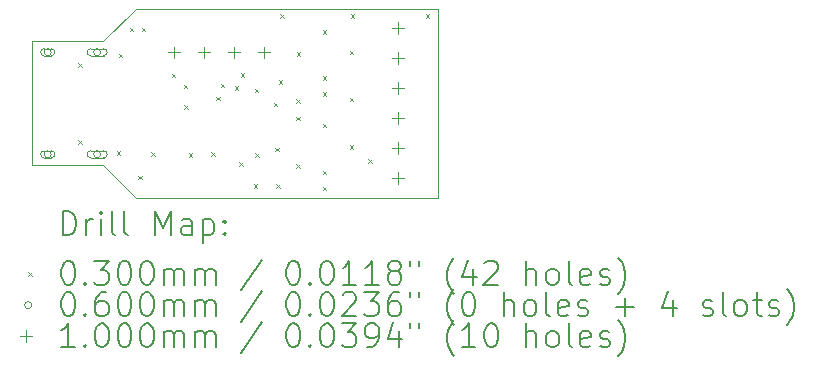
<source format=gbr>
%TF.GenerationSoftware,KiCad,Pcbnew,9.0.1*%
%TF.CreationDate,2025-05-17T15:06:54+00:00*%
%TF.ProjectId,usb-uart,7573622d-7561-4727-942e-6b696361645f,rev?*%
%TF.SameCoordinates,Original*%
%TF.FileFunction,Drillmap*%
%TF.FilePolarity,Positive*%
%FSLAX45Y45*%
G04 Gerber Fmt 4.5, Leading zero omitted, Abs format (unit mm)*
G04 Created by KiCad (PCBNEW 9.0.1) date 2025-05-17 15:06:54*
%MOMM*%
%LPD*%
G01*
G04 APERTURE LIST*
%ADD10C,0.100000*%
%ADD11C,0.200000*%
G04 APERTURE END LIST*
D10*
X10500000Y-8005000D02*
X10775000Y-7730000D01*
X10500000Y-9055000D02*
X9900000Y-9055000D01*
X13335000Y-9330000D02*
X13335000Y-7730000D01*
X9900000Y-9055000D02*
X9900000Y-8005000D01*
X10775000Y-9330000D02*
X13335000Y-9330000D01*
X10500000Y-9055000D02*
X10775000Y-9330000D01*
X10775000Y-7730000D02*
X13335000Y-7730000D01*
X10500000Y-8005000D02*
X9900000Y-8005000D01*
D11*
D10*
X10290000Y-8190000D02*
X10320000Y-8220000D01*
X10320000Y-8190000D02*
X10290000Y-8220000D01*
X10290000Y-8845000D02*
X10320000Y-8875000D01*
X10320000Y-8845000D02*
X10290000Y-8875000D01*
X10615000Y-8935000D02*
X10645000Y-8965000D01*
X10645000Y-8935000D02*
X10615000Y-8965000D01*
X10630000Y-8110000D02*
X10660000Y-8140000D01*
X10660000Y-8110000D02*
X10630000Y-8140000D01*
X10725000Y-7890000D02*
X10755000Y-7920000D01*
X10755000Y-7890000D02*
X10725000Y-7920000D01*
X10795000Y-9145000D02*
X10825000Y-9175000D01*
X10825000Y-9145000D02*
X10795000Y-9175000D01*
X10825000Y-7890000D02*
X10855000Y-7920000D01*
X10855000Y-7890000D02*
X10825000Y-7920000D01*
X10905000Y-8945000D02*
X10935000Y-8975000D01*
X10935000Y-8945000D02*
X10905000Y-8975000D01*
X11080000Y-8280000D02*
X11110000Y-8310000D01*
X11110000Y-8280000D02*
X11080000Y-8310000D01*
X11180000Y-8375000D02*
X11210000Y-8405000D01*
X11210000Y-8375000D02*
X11180000Y-8405000D01*
X11185000Y-8545000D02*
X11215000Y-8575000D01*
X11215000Y-8545000D02*
X11185000Y-8575000D01*
X11225000Y-8955000D02*
X11255000Y-8985000D01*
X11255000Y-8955000D02*
X11225000Y-8985000D01*
X11415000Y-8945000D02*
X11445000Y-8975000D01*
X11445000Y-8945000D02*
X11415000Y-8975000D01*
X11455000Y-8475000D02*
X11485000Y-8505000D01*
X11485000Y-8475000D02*
X11455000Y-8505000D01*
X11495000Y-8365000D02*
X11525000Y-8395000D01*
X11525000Y-8365000D02*
X11495000Y-8395000D01*
X11615000Y-8385000D02*
X11645000Y-8415000D01*
X11645000Y-8385000D02*
X11615000Y-8415000D01*
X11652500Y-9027500D02*
X11682500Y-9057500D01*
X11682500Y-9027500D02*
X11652500Y-9057500D01*
X11665000Y-8275000D02*
X11695000Y-8305000D01*
X11695000Y-8275000D02*
X11665000Y-8305000D01*
X11775000Y-9215000D02*
X11805000Y-9245000D01*
X11805000Y-9215000D02*
X11775000Y-9245000D01*
X11782500Y-8406405D02*
X11812500Y-8436405D01*
X11812500Y-8406405D02*
X11782500Y-8436405D01*
X11785000Y-8955000D02*
X11815000Y-8985000D01*
X11815000Y-8955000D02*
X11785000Y-8985000D01*
X11945000Y-8525000D02*
X11975000Y-8555000D01*
X11975000Y-8525000D02*
X11945000Y-8555000D01*
X11955000Y-8905000D02*
X11985000Y-8935000D01*
X11985000Y-8905000D02*
X11955000Y-8935000D01*
X11965000Y-9215000D02*
X11995000Y-9245000D01*
X11995000Y-9215000D02*
X11965000Y-9245000D01*
X11985000Y-8335000D02*
X12015000Y-8365000D01*
X12015000Y-8335000D02*
X11985000Y-8365000D01*
X12000000Y-7775000D02*
X12030000Y-7805000D01*
X12030000Y-7775000D02*
X12000000Y-7805000D01*
X12135000Y-8495000D02*
X12165000Y-8525000D01*
X12165000Y-8495000D02*
X12135000Y-8525000D01*
X12135000Y-8644500D02*
X12165000Y-8674500D01*
X12165000Y-8644500D02*
X12135000Y-8674500D01*
X12135000Y-9044500D02*
X12165000Y-9074500D01*
X12165000Y-9044500D02*
X12135000Y-9074500D01*
X12140000Y-8100000D02*
X12170000Y-8130000D01*
X12170000Y-8100000D02*
X12140000Y-8130000D01*
X12360000Y-7910000D02*
X12390000Y-7940000D01*
X12390000Y-7910000D02*
X12360000Y-7940000D01*
X12360000Y-8300000D02*
X12390000Y-8330000D01*
X12390000Y-8300000D02*
X12360000Y-8330000D01*
X12360000Y-8435000D02*
X12390000Y-8465000D01*
X12390000Y-8435000D02*
X12360000Y-8465000D01*
X12360000Y-8705000D02*
X12390000Y-8735000D01*
X12390000Y-8705000D02*
X12360000Y-8735000D01*
X12360000Y-9100000D02*
X12390000Y-9130000D01*
X12390000Y-9100000D02*
X12360000Y-9130000D01*
X12360000Y-9235000D02*
X12390000Y-9265000D01*
X12390000Y-9235000D02*
X12360000Y-9265000D01*
X12585000Y-8085000D02*
X12615000Y-8115000D01*
X12615000Y-8085000D02*
X12585000Y-8115000D01*
X12585000Y-8485000D02*
X12615000Y-8515000D01*
X12615000Y-8485000D02*
X12585000Y-8515000D01*
X12585000Y-8885000D02*
X12615000Y-8915000D01*
X12615000Y-8885000D02*
X12585000Y-8915000D01*
X12595000Y-7775000D02*
X12625000Y-7805000D01*
X12625000Y-7775000D02*
X12595000Y-7805000D01*
X12745000Y-9005000D02*
X12775000Y-9035000D01*
X12775000Y-9005000D02*
X12745000Y-9035000D01*
X13230000Y-7775000D02*
X13260000Y-7805000D01*
X13260000Y-7775000D02*
X13230000Y-7805000D01*
X10060000Y-8098000D02*
G75*
G02*
X10000000Y-8098000I-30000J0D01*
G01*
X10000000Y-8098000D02*
G75*
G02*
X10060000Y-8098000I30000J0D01*
G01*
X10060000Y-8068000D02*
X10000000Y-8068000D01*
X10000000Y-8128000D02*
G75*
G02*
X10000000Y-8068000I0J30000D01*
G01*
X10000000Y-8128000D02*
X10060000Y-8128000D01*
X10060000Y-8128000D02*
G75*
G03*
X10060000Y-8068000I0J30000D01*
G01*
X10060000Y-8962000D02*
G75*
G02*
X10000000Y-8962000I-30000J0D01*
G01*
X10000000Y-8962000D02*
G75*
G02*
X10060000Y-8962000I30000J0D01*
G01*
X10060000Y-8932000D02*
X10000000Y-8932000D01*
X10000000Y-8992000D02*
G75*
G02*
X10000000Y-8932000I0J30000D01*
G01*
X10000000Y-8992000D02*
X10060000Y-8992000D01*
X10060000Y-8992000D02*
G75*
G03*
X10060000Y-8932000I0J30000D01*
G01*
X10478000Y-8098000D02*
G75*
G02*
X10418000Y-8098000I-30000J0D01*
G01*
X10418000Y-8098000D02*
G75*
G02*
X10478000Y-8098000I30000J0D01*
G01*
X10503000Y-8068000D02*
X10393000Y-8068000D01*
X10393000Y-8128000D02*
G75*
G02*
X10393000Y-8068000I0J30000D01*
G01*
X10393000Y-8128000D02*
X10503000Y-8128000D01*
X10503000Y-8128000D02*
G75*
G03*
X10503000Y-8068000I0J30000D01*
G01*
X10478000Y-8962000D02*
G75*
G02*
X10418000Y-8962000I-30000J0D01*
G01*
X10418000Y-8962000D02*
G75*
G02*
X10478000Y-8962000I30000J0D01*
G01*
X10503000Y-8932000D02*
X10393000Y-8932000D01*
X10393000Y-8992000D02*
G75*
G02*
X10393000Y-8932000I0J30000D01*
G01*
X10393000Y-8992000D02*
X10503000Y-8992000D01*
X10503000Y-8992000D02*
G75*
G03*
X10503000Y-8932000I0J30000D01*
G01*
X11100000Y-8050000D02*
X11100000Y-8150000D01*
X11050000Y-8100000D02*
X11150000Y-8100000D01*
X11354000Y-8050000D02*
X11354000Y-8150000D01*
X11304000Y-8100000D02*
X11404000Y-8100000D01*
X11608000Y-8050000D02*
X11608000Y-8150000D01*
X11558000Y-8100000D02*
X11658000Y-8100000D01*
X11862000Y-8050000D02*
X11862000Y-8150000D01*
X11812000Y-8100000D02*
X11912000Y-8100000D01*
X12997500Y-7845000D02*
X12997500Y-7945000D01*
X12947500Y-7895000D02*
X13047500Y-7895000D01*
X12997500Y-8099000D02*
X12997500Y-8199000D01*
X12947500Y-8149000D02*
X13047500Y-8149000D01*
X12997500Y-8353000D02*
X12997500Y-8453000D01*
X12947500Y-8403000D02*
X13047500Y-8403000D01*
X12997500Y-8607000D02*
X12997500Y-8707000D01*
X12947500Y-8657000D02*
X13047500Y-8657000D01*
X12997500Y-8861000D02*
X12997500Y-8961000D01*
X12947500Y-8911000D02*
X13047500Y-8911000D01*
X12997500Y-9115000D02*
X12997500Y-9215000D01*
X12947500Y-9165000D02*
X13047500Y-9165000D01*
D11*
X10155777Y-9646484D02*
X10155777Y-9446484D01*
X10155777Y-9446484D02*
X10203396Y-9446484D01*
X10203396Y-9446484D02*
X10231967Y-9456008D01*
X10231967Y-9456008D02*
X10251015Y-9475055D01*
X10251015Y-9475055D02*
X10260539Y-9494103D01*
X10260539Y-9494103D02*
X10270063Y-9532198D01*
X10270063Y-9532198D02*
X10270063Y-9560770D01*
X10270063Y-9560770D02*
X10260539Y-9598865D01*
X10260539Y-9598865D02*
X10251015Y-9617912D01*
X10251015Y-9617912D02*
X10231967Y-9636960D01*
X10231967Y-9636960D02*
X10203396Y-9646484D01*
X10203396Y-9646484D02*
X10155777Y-9646484D01*
X10355777Y-9646484D02*
X10355777Y-9513150D01*
X10355777Y-9551246D02*
X10365301Y-9532198D01*
X10365301Y-9532198D02*
X10374824Y-9522674D01*
X10374824Y-9522674D02*
X10393872Y-9513150D01*
X10393872Y-9513150D02*
X10412920Y-9513150D01*
X10479586Y-9646484D02*
X10479586Y-9513150D01*
X10479586Y-9446484D02*
X10470063Y-9456008D01*
X10470063Y-9456008D02*
X10479586Y-9465531D01*
X10479586Y-9465531D02*
X10489110Y-9456008D01*
X10489110Y-9456008D02*
X10479586Y-9446484D01*
X10479586Y-9446484D02*
X10479586Y-9465531D01*
X10603396Y-9646484D02*
X10584348Y-9636960D01*
X10584348Y-9636960D02*
X10574824Y-9617912D01*
X10574824Y-9617912D02*
X10574824Y-9446484D01*
X10708158Y-9646484D02*
X10689110Y-9636960D01*
X10689110Y-9636960D02*
X10679586Y-9617912D01*
X10679586Y-9617912D02*
X10679586Y-9446484D01*
X10936729Y-9646484D02*
X10936729Y-9446484D01*
X10936729Y-9446484D02*
X11003396Y-9589341D01*
X11003396Y-9589341D02*
X11070063Y-9446484D01*
X11070063Y-9446484D02*
X11070063Y-9646484D01*
X11251015Y-9646484D02*
X11251015Y-9541722D01*
X11251015Y-9541722D02*
X11241491Y-9522674D01*
X11241491Y-9522674D02*
X11222443Y-9513150D01*
X11222443Y-9513150D02*
X11184348Y-9513150D01*
X11184348Y-9513150D02*
X11165301Y-9522674D01*
X11251015Y-9636960D02*
X11231967Y-9646484D01*
X11231967Y-9646484D02*
X11184348Y-9646484D01*
X11184348Y-9646484D02*
X11165301Y-9636960D01*
X11165301Y-9636960D02*
X11155777Y-9617912D01*
X11155777Y-9617912D02*
X11155777Y-9598865D01*
X11155777Y-9598865D02*
X11165301Y-9579817D01*
X11165301Y-9579817D02*
X11184348Y-9570293D01*
X11184348Y-9570293D02*
X11231967Y-9570293D01*
X11231967Y-9570293D02*
X11251015Y-9560770D01*
X11346253Y-9513150D02*
X11346253Y-9713150D01*
X11346253Y-9522674D02*
X11365301Y-9513150D01*
X11365301Y-9513150D02*
X11403396Y-9513150D01*
X11403396Y-9513150D02*
X11422443Y-9522674D01*
X11422443Y-9522674D02*
X11431967Y-9532198D01*
X11431967Y-9532198D02*
X11441491Y-9551246D01*
X11441491Y-9551246D02*
X11441491Y-9608389D01*
X11441491Y-9608389D02*
X11431967Y-9627436D01*
X11431967Y-9627436D02*
X11422443Y-9636960D01*
X11422443Y-9636960D02*
X11403396Y-9646484D01*
X11403396Y-9646484D02*
X11365301Y-9646484D01*
X11365301Y-9646484D02*
X11346253Y-9636960D01*
X11527205Y-9627436D02*
X11536729Y-9636960D01*
X11536729Y-9636960D02*
X11527205Y-9646484D01*
X11527205Y-9646484D02*
X11517682Y-9636960D01*
X11517682Y-9636960D02*
X11527205Y-9627436D01*
X11527205Y-9627436D02*
X11527205Y-9646484D01*
X11527205Y-9522674D02*
X11536729Y-9532198D01*
X11536729Y-9532198D02*
X11527205Y-9541722D01*
X11527205Y-9541722D02*
X11517682Y-9532198D01*
X11517682Y-9532198D02*
X11527205Y-9522674D01*
X11527205Y-9522674D02*
X11527205Y-9541722D01*
D10*
X9865000Y-9960000D02*
X9895000Y-9990000D01*
X9895000Y-9960000D02*
X9865000Y-9990000D01*
D11*
X10193872Y-9866484D02*
X10212920Y-9866484D01*
X10212920Y-9866484D02*
X10231967Y-9876008D01*
X10231967Y-9876008D02*
X10241491Y-9885531D01*
X10241491Y-9885531D02*
X10251015Y-9904579D01*
X10251015Y-9904579D02*
X10260539Y-9942674D01*
X10260539Y-9942674D02*
X10260539Y-9990293D01*
X10260539Y-9990293D02*
X10251015Y-10028389D01*
X10251015Y-10028389D02*
X10241491Y-10047436D01*
X10241491Y-10047436D02*
X10231967Y-10056960D01*
X10231967Y-10056960D02*
X10212920Y-10066484D01*
X10212920Y-10066484D02*
X10193872Y-10066484D01*
X10193872Y-10066484D02*
X10174824Y-10056960D01*
X10174824Y-10056960D02*
X10165301Y-10047436D01*
X10165301Y-10047436D02*
X10155777Y-10028389D01*
X10155777Y-10028389D02*
X10146253Y-9990293D01*
X10146253Y-9990293D02*
X10146253Y-9942674D01*
X10146253Y-9942674D02*
X10155777Y-9904579D01*
X10155777Y-9904579D02*
X10165301Y-9885531D01*
X10165301Y-9885531D02*
X10174824Y-9876008D01*
X10174824Y-9876008D02*
X10193872Y-9866484D01*
X10346253Y-10047436D02*
X10355777Y-10056960D01*
X10355777Y-10056960D02*
X10346253Y-10066484D01*
X10346253Y-10066484D02*
X10336729Y-10056960D01*
X10336729Y-10056960D02*
X10346253Y-10047436D01*
X10346253Y-10047436D02*
X10346253Y-10066484D01*
X10422444Y-9866484D02*
X10546253Y-9866484D01*
X10546253Y-9866484D02*
X10479586Y-9942674D01*
X10479586Y-9942674D02*
X10508158Y-9942674D01*
X10508158Y-9942674D02*
X10527205Y-9952198D01*
X10527205Y-9952198D02*
X10536729Y-9961722D01*
X10536729Y-9961722D02*
X10546253Y-9980770D01*
X10546253Y-9980770D02*
X10546253Y-10028389D01*
X10546253Y-10028389D02*
X10536729Y-10047436D01*
X10536729Y-10047436D02*
X10527205Y-10056960D01*
X10527205Y-10056960D02*
X10508158Y-10066484D01*
X10508158Y-10066484D02*
X10451015Y-10066484D01*
X10451015Y-10066484D02*
X10431967Y-10056960D01*
X10431967Y-10056960D02*
X10422444Y-10047436D01*
X10670063Y-9866484D02*
X10689110Y-9866484D01*
X10689110Y-9866484D02*
X10708158Y-9876008D01*
X10708158Y-9876008D02*
X10717682Y-9885531D01*
X10717682Y-9885531D02*
X10727205Y-9904579D01*
X10727205Y-9904579D02*
X10736729Y-9942674D01*
X10736729Y-9942674D02*
X10736729Y-9990293D01*
X10736729Y-9990293D02*
X10727205Y-10028389D01*
X10727205Y-10028389D02*
X10717682Y-10047436D01*
X10717682Y-10047436D02*
X10708158Y-10056960D01*
X10708158Y-10056960D02*
X10689110Y-10066484D01*
X10689110Y-10066484D02*
X10670063Y-10066484D01*
X10670063Y-10066484D02*
X10651015Y-10056960D01*
X10651015Y-10056960D02*
X10641491Y-10047436D01*
X10641491Y-10047436D02*
X10631967Y-10028389D01*
X10631967Y-10028389D02*
X10622444Y-9990293D01*
X10622444Y-9990293D02*
X10622444Y-9942674D01*
X10622444Y-9942674D02*
X10631967Y-9904579D01*
X10631967Y-9904579D02*
X10641491Y-9885531D01*
X10641491Y-9885531D02*
X10651015Y-9876008D01*
X10651015Y-9876008D02*
X10670063Y-9866484D01*
X10860539Y-9866484D02*
X10879586Y-9866484D01*
X10879586Y-9866484D02*
X10898634Y-9876008D01*
X10898634Y-9876008D02*
X10908158Y-9885531D01*
X10908158Y-9885531D02*
X10917682Y-9904579D01*
X10917682Y-9904579D02*
X10927205Y-9942674D01*
X10927205Y-9942674D02*
X10927205Y-9990293D01*
X10927205Y-9990293D02*
X10917682Y-10028389D01*
X10917682Y-10028389D02*
X10908158Y-10047436D01*
X10908158Y-10047436D02*
X10898634Y-10056960D01*
X10898634Y-10056960D02*
X10879586Y-10066484D01*
X10879586Y-10066484D02*
X10860539Y-10066484D01*
X10860539Y-10066484D02*
X10841491Y-10056960D01*
X10841491Y-10056960D02*
X10831967Y-10047436D01*
X10831967Y-10047436D02*
X10822444Y-10028389D01*
X10822444Y-10028389D02*
X10812920Y-9990293D01*
X10812920Y-9990293D02*
X10812920Y-9942674D01*
X10812920Y-9942674D02*
X10822444Y-9904579D01*
X10822444Y-9904579D02*
X10831967Y-9885531D01*
X10831967Y-9885531D02*
X10841491Y-9876008D01*
X10841491Y-9876008D02*
X10860539Y-9866484D01*
X11012920Y-10066484D02*
X11012920Y-9933150D01*
X11012920Y-9952198D02*
X11022444Y-9942674D01*
X11022444Y-9942674D02*
X11041491Y-9933150D01*
X11041491Y-9933150D02*
X11070063Y-9933150D01*
X11070063Y-9933150D02*
X11089110Y-9942674D01*
X11089110Y-9942674D02*
X11098634Y-9961722D01*
X11098634Y-9961722D02*
X11098634Y-10066484D01*
X11098634Y-9961722D02*
X11108158Y-9942674D01*
X11108158Y-9942674D02*
X11127205Y-9933150D01*
X11127205Y-9933150D02*
X11155777Y-9933150D01*
X11155777Y-9933150D02*
X11174825Y-9942674D01*
X11174825Y-9942674D02*
X11184348Y-9961722D01*
X11184348Y-9961722D02*
X11184348Y-10066484D01*
X11279586Y-10066484D02*
X11279586Y-9933150D01*
X11279586Y-9952198D02*
X11289110Y-9942674D01*
X11289110Y-9942674D02*
X11308158Y-9933150D01*
X11308158Y-9933150D02*
X11336729Y-9933150D01*
X11336729Y-9933150D02*
X11355777Y-9942674D01*
X11355777Y-9942674D02*
X11365301Y-9961722D01*
X11365301Y-9961722D02*
X11365301Y-10066484D01*
X11365301Y-9961722D02*
X11374824Y-9942674D01*
X11374824Y-9942674D02*
X11393872Y-9933150D01*
X11393872Y-9933150D02*
X11422443Y-9933150D01*
X11422443Y-9933150D02*
X11441491Y-9942674D01*
X11441491Y-9942674D02*
X11451015Y-9961722D01*
X11451015Y-9961722D02*
X11451015Y-10066484D01*
X11841491Y-9856960D02*
X11670063Y-10114103D01*
X12098634Y-9866484D02*
X12117682Y-9866484D01*
X12117682Y-9866484D02*
X12136729Y-9876008D01*
X12136729Y-9876008D02*
X12146253Y-9885531D01*
X12146253Y-9885531D02*
X12155777Y-9904579D01*
X12155777Y-9904579D02*
X12165301Y-9942674D01*
X12165301Y-9942674D02*
X12165301Y-9990293D01*
X12165301Y-9990293D02*
X12155777Y-10028389D01*
X12155777Y-10028389D02*
X12146253Y-10047436D01*
X12146253Y-10047436D02*
X12136729Y-10056960D01*
X12136729Y-10056960D02*
X12117682Y-10066484D01*
X12117682Y-10066484D02*
X12098634Y-10066484D01*
X12098634Y-10066484D02*
X12079586Y-10056960D01*
X12079586Y-10056960D02*
X12070063Y-10047436D01*
X12070063Y-10047436D02*
X12060539Y-10028389D01*
X12060539Y-10028389D02*
X12051015Y-9990293D01*
X12051015Y-9990293D02*
X12051015Y-9942674D01*
X12051015Y-9942674D02*
X12060539Y-9904579D01*
X12060539Y-9904579D02*
X12070063Y-9885531D01*
X12070063Y-9885531D02*
X12079586Y-9876008D01*
X12079586Y-9876008D02*
X12098634Y-9866484D01*
X12251015Y-10047436D02*
X12260539Y-10056960D01*
X12260539Y-10056960D02*
X12251015Y-10066484D01*
X12251015Y-10066484D02*
X12241491Y-10056960D01*
X12241491Y-10056960D02*
X12251015Y-10047436D01*
X12251015Y-10047436D02*
X12251015Y-10066484D01*
X12384348Y-9866484D02*
X12403396Y-9866484D01*
X12403396Y-9866484D02*
X12422444Y-9876008D01*
X12422444Y-9876008D02*
X12431967Y-9885531D01*
X12431967Y-9885531D02*
X12441491Y-9904579D01*
X12441491Y-9904579D02*
X12451015Y-9942674D01*
X12451015Y-9942674D02*
X12451015Y-9990293D01*
X12451015Y-9990293D02*
X12441491Y-10028389D01*
X12441491Y-10028389D02*
X12431967Y-10047436D01*
X12431967Y-10047436D02*
X12422444Y-10056960D01*
X12422444Y-10056960D02*
X12403396Y-10066484D01*
X12403396Y-10066484D02*
X12384348Y-10066484D01*
X12384348Y-10066484D02*
X12365301Y-10056960D01*
X12365301Y-10056960D02*
X12355777Y-10047436D01*
X12355777Y-10047436D02*
X12346253Y-10028389D01*
X12346253Y-10028389D02*
X12336729Y-9990293D01*
X12336729Y-9990293D02*
X12336729Y-9942674D01*
X12336729Y-9942674D02*
X12346253Y-9904579D01*
X12346253Y-9904579D02*
X12355777Y-9885531D01*
X12355777Y-9885531D02*
X12365301Y-9876008D01*
X12365301Y-9876008D02*
X12384348Y-9866484D01*
X12641491Y-10066484D02*
X12527206Y-10066484D01*
X12584348Y-10066484D02*
X12584348Y-9866484D01*
X12584348Y-9866484D02*
X12565301Y-9895055D01*
X12565301Y-9895055D02*
X12546253Y-9914103D01*
X12546253Y-9914103D02*
X12527206Y-9923627D01*
X12831967Y-10066484D02*
X12717682Y-10066484D01*
X12774825Y-10066484D02*
X12774825Y-9866484D01*
X12774825Y-9866484D02*
X12755777Y-9895055D01*
X12755777Y-9895055D02*
X12736729Y-9914103D01*
X12736729Y-9914103D02*
X12717682Y-9923627D01*
X12946253Y-9952198D02*
X12927206Y-9942674D01*
X12927206Y-9942674D02*
X12917682Y-9933150D01*
X12917682Y-9933150D02*
X12908158Y-9914103D01*
X12908158Y-9914103D02*
X12908158Y-9904579D01*
X12908158Y-9904579D02*
X12917682Y-9885531D01*
X12917682Y-9885531D02*
X12927206Y-9876008D01*
X12927206Y-9876008D02*
X12946253Y-9866484D01*
X12946253Y-9866484D02*
X12984348Y-9866484D01*
X12984348Y-9866484D02*
X13003396Y-9876008D01*
X13003396Y-9876008D02*
X13012920Y-9885531D01*
X13012920Y-9885531D02*
X13022444Y-9904579D01*
X13022444Y-9904579D02*
X13022444Y-9914103D01*
X13022444Y-9914103D02*
X13012920Y-9933150D01*
X13012920Y-9933150D02*
X13003396Y-9942674D01*
X13003396Y-9942674D02*
X12984348Y-9952198D01*
X12984348Y-9952198D02*
X12946253Y-9952198D01*
X12946253Y-9952198D02*
X12927206Y-9961722D01*
X12927206Y-9961722D02*
X12917682Y-9971246D01*
X12917682Y-9971246D02*
X12908158Y-9990293D01*
X12908158Y-9990293D02*
X12908158Y-10028389D01*
X12908158Y-10028389D02*
X12917682Y-10047436D01*
X12917682Y-10047436D02*
X12927206Y-10056960D01*
X12927206Y-10056960D02*
X12946253Y-10066484D01*
X12946253Y-10066484D02*
X12984348Y-10066484D01*
X12984348Y-10066484D02*
X13003396Y-10056960D01*
X13003396Y-10056960D02*
X13012920Y-10047436D01*
X13012920Y-10047436D02*
X13022444Y-10028389D01*
X13022444Y-10028389D02*
X13022444Y-9990293D01*
X13022444Y-9990293D02*
X13012920Y-9971246D01*
X13012920Y-9971246D02*
X13003396Y-9961722D01*
X13003396Y-9961722D02*
X12984348Y-9952198D01*
X13098634Y-9866484D02*
X13098634Y-9904579D01*
X13174825Y-9866484D02*
X13174825Y-9904579D01*
X13470063Y-10142674D02*
X13460539Y-10133150D01*
X13460539Y-10133150D02*
X13441491Y-10104579D01*
X13441491Y-10104579D02*
X13431968Y-10085531D01*
X13431968Y-10085531D02*
X13422444Y-10056960D01*
X13422444Y-10056960D02*
X13412920Y-10009341D01*
X13412920Y-10009341D02*
X13412920Y-9971246D01*
X13412920Y-9971246D02*
X13422444Y-9923627D01*
X13422444Y-9923627D02*
X13431968Y-9895055D01*
X13431968Y-9895055D02*
X13441491Y-9876008D01*
X13441491Y-9876008D02*
X13460539Y-9847436D01*
X13460539Y-9847436D02*
X13470063Y-9837912D01*
X13631968Y-9933150D02*
X13631968Y-10066484D01*
X13584348Y-9856960D02*
X13536729Y-9999817D01*
X13536729Y-9999817D02*
X13660539Y-9999817D01*
X13727206Y-9885531D02*
X13736729Y-9876008D01*
X13736729Y-9876008D02*
X13755777Y-9866484D01*
X13755777Y-9866484D02*
X13803396Y-9866484D01*
X13803396Y-9866484D02*
X13822444Y-9876008D01*
X13822444Y-9876008D02*
X13831968Y-9885531D01*
X13831968Y-9885531D02*
X13841491Y-9904579D01*
X13841491Y-9904579D02*
X13841491Y-9923627D01*
X13841491Y-9923627D02*
X13831968Y-9952198D01*
X13831968Y-9952198D02*
X13717682Y-10066484D01*
X13717682Y-10066484D02*
X13841491Y-10066484D01*
X14079587Y-10066484D02*
X14079587Y-9866484D01*
X14165301Y-10066484D02*
X14165301Y-9961722D01*
X14165301Y-9961722D02*
X14155777Y-9942674D01*
X14155777Y-9942674D02*
X14136730Y-9933150D01*
X14136730Y-9933150D02*
X14108158Y-9933150D01*
X14108158Y-9933150D02*
X14089110Y-9942674D01*
X14089110Y-9942674D02*
X14079587Y-9952198D01*
X14289110Y-10066484D02*
X14270063Y-10056960D01*
X14270063Y-10056960D02*
X14260539Y-10047436D01*
X14260539Y-10047436D02*
X14251015Y-10028389D01*
X14251015Y-10028389D02*
X14251015Y-9971246D01*
X14251015Y-9971246D02*
X14260539Y-9952198D01*
X14260539Y-9952198D02*
X14270063Y-9942674D01*
X14270063Y-9942674D02*
X14289110Y-9933150D01*
X14289110Y-9933150D02*
X14317682Y-9933150D01*
X14317682Y-9933150D02*
X14336730Y-9942674D01*
X14336730Y-9942674D02*
X14346253Y-9952198D01*
X14346253Y-9952198D02*
X14355777Y-9971246D01*
X14355777Y-9971246D02*
X14355777Y-10028389D01*
X14355777Y-10028389D02*
X14346253Y-10047436D01*
X14346253Y-10047436D02*
X14336730Y-10056960D01*
X14336730Y-10056960D02*
X14317682Y-10066484D01*
X14317682Y-10066484D02*
X14289110Y-10066484D01*
X14470063Y-10066484D02*
X14451015Y-10056960D01*
X14451015Y-10056960D02*
X14441491Y-10037912D01*
X14441491Y-10037912D02*
X14441491Y-9866484D01*
X14622444Y-10056960D02*
X14603396Y-10066484D01*
X14603396Y-10066484D02*
X14565301Y-10066484D01*
X14565301Y-10066484D02*
X14546253Y-10056960D01*
X14546253Y-10056960D02*
X14536730Y-10037912D01*
X14536730Y-10037912D02*
X14536730Y-9961722D01*
X14536730Y-9961722D02*
X14546253Y-9942674D01*
X14546253Y-9942674D02*
X14565301Y-9933150D01*
X14565301Y-9933150D02*
X14603396Y-9933150D01*
X14603396Y-9933150D02*
X14622444Y-9942674D01*
X14622444Y-9942674D02*
X14631968Y-9961722D01*
X14631968Y-9961722D02*
X14631968Y-9980770D01*
X14631968Y-9980770D02*
X14536730Y-9999817D01*
X14708158Y-10056960D02*
X14727206Y-10066484D01*
X14727206Y-10066484D02*
X14765301Y-10066484D01*
X14765301Y-10066484D02*
X14784349Y-10056960D01*
X14784349Y-10056960D02*
X14793872Y-10037912D01*
X14793872Y-10037912D02*
X14793872Y-10028389D01*
X14793872Y-10028389D02*
X14784349Y-10009341D01*
X14784349Y-10009341D02*
X14765301Y-9999817D01*
X14765301Y-9999817D02*
X14736730Y-9999817D01*
X14736730Y-9999817D02*
X14717682Y-9990293D01*
X14717682Y-9990293D02*
X14708158Y-9971246D01*
X14708158Y-9971246D02*
X14708158Y-9961722D01*
X14708158Y-9961722D02*
X14717682Y-9942674D01*
X14717682Y-9942674D02*
X14736730Y-9933150D01*
X14736730Y-9933150D02*
X14765301Y-9933150D01*
X14765301Y-9933150D02*
X14784349Y-9942674D01*
X14860539Y-10142674D02*
X14870063Y-10133150D01*
X14870063Y-10133150D02*
X14889111Y-10104579D01*
X14889111Y-10104579D02*
X14898634Y-10085531D01*
X14898634Y-10085531D02*
X14908158Y-10056960D01*
X14908158Y-10056960D02*
X14917682Y-10009341D01*
X14917682Y-10009341D02*
X14917682Y-9971246D01*
X14917682Y-9971246D02*
X14908158Y-9923627D01*
X14908158Y-9923627D02*
X14898634Y-9895055D01*
X14898634Y-9895055D02*
X14889111Y-9876008D01*
X14889111Y-9876008D02*
X14870063Y-9847436D01*
X14870063Y-9847436D02*
X14860539Y-9837912D01*
D10*
X9895000Y-10239000D02*
G75*
G02*
X9835000Y-10239000I-30000J0D01*
G01*
X9835000Y-10239000D02*
G75*
G02*
X9895000Y-10239000I30000J0D01*
G01*
D11*
X10193872Y-10130484D02*
X10212920Y-10130484D01*
X10212920Y-10130484D02*
X10231967Y-10140008D01*
X10231967Y-10140008D02*
X10241491Y-10149531D01*
X10241491Y-10149531D02*
X10251015Y-10168579D01*
X10251015Y-10168579D02*
X10260539Y-10206674D01*
X10260539Y-10206674D02*
X10260539Y-10254293D01*
X10260539Y-10254293D02*
X10251015Y-10292389D01*
X10251015Y-10292389D02*
X10241491Y-10311436D01*
X10241491Y-10311436D02*
X10231967Y-10320960D01*
X10231967Y-10320960D02*
X10212920Y-10330484D01*
X10212920Y-10330484D02*
X10193872Y-10330484D01*
X10193872Y-10330484D02*
X10174824Y-10320960D01*
X10174824Y-10320960D02*
X10165301Y-10311436D01*
X10165301Y-10311436D02*
X10155777Y-10292389D01*
X10155777Y-10292389D02*
X10146253Y-10254293D01*
X10146253Y-10254293D02*
X10146253Y-10206674D01*
X10146253Y-10206674D02*
X10155777Y-10168579D01*
X10155777Y-10168579D02*
X10165301Y-10149531D01*
X10165301Y-10149531D02*
X10174824Y-10140008D01*
X10174824Y-10140008D02*
X10193872Y-10130484D01*
X10346253Y-10311436D02*
X10355777Y-10320960D01*
X10355777Y-10320960D02*
X10346253Y-10330484D01*
X10346253Y-10330484D02*
X10336729Y-10320960D01*
X10336729Y-10320960D02*
X10346253Y-10311436D01*
X10346253Y-10311436D02*
X10346253Y-10330484D01*
X10527205Y-10130484D02*
X10489110Y-10130484D01*
X10489110Y-10130484D02*
X10470063Y-10140008D01*
X10470063Y-10140008D02*
X10460539Y-10149531D01*
X10460539Y-10149531D02*
X10441491Y-10178103D01*
X10441491Y-10178103D02*
X10431967Y-10216198D01*
X10431967Y-10216198D02*
X10431967Y-10292389D01*
X10431967Y-10292389D02*
X10441491Y-10311436D01*
X10441491Y-10311436D02*
X10451015Y-10320960D01*
X10451015Y-10320960D02*
X10470063Y-10330484D01*
X10470063Y-10330484D02*
X10508158Y-10330484D01*
X10508158Y-10330484D02*
X10527205Y-10320960D01*
X10527205Y-10320960D02*
X10536729Y-10311436D01*
X10536729Y-10311436D02*
X10546253Y-10292389D01*
X10546253Y-10292389D02*
X10546253Y-10244770D01*
X10546253Y-10244770D02*
X10536729Y-10225722D01*
X10536729Y-10225722D02*
X10527205Y-10216198D01*
X10527205Y-10216198D02*
X10508158Y-10206674D01*
X10508158Y-10206674D02*
X10470063Y-10206674D01*
X10470063Y-10206674D02*
X10451015Y-10216198D01*
X10451015Y-10216198D02*
X10441491Y-10225722D01*
X10441491Y-10225722D02*
X10431967Y-10244770D01*
X10670063Y-10130484D02*
X10689110Y-10130484D01*
X10689110Y-10130484D02*
X10708158Y-10140008D01*
X10708158Y-10140008D02*
X10717682Y-10149531D01*
X10717682Y-10149531D02*
X10727205Y-10168579D01*
X10727205Y-10168579D02*
X10736729Y-10206674D01*
X10736729Y-10206674D02*
X10736729Y-10254293D01*
X10736729Y-10254293D02*
X10727205Y-10292389D01*
X10727205Y-10292389D02*
X10717682Y-10311436D01*
X10717682Y-10311436D02*
X10708158Y-10320960D01*
X10708158Y-10320960D02*
X10689110Y-10330484D01*
X10689110Y-10330484D02*
X10670063Y-10330484D01*
X10670063Y-10330484D02*
X10651015Y-10320960D01*
X10651015Y-10320960D02*
X10641491Y-10311436D01*
X10641491Y-10311436D02*
X10631967Y-10292389D01*
X10631967Y-10292389D02*
X10622444Y-10254293D01*
X10622444Y-10254293D02*
X10622444Y-10206674D01*
X10622444Y-10206674D02*
X10631967Y-10168579D01*
X10631967Y-10168579D02*
X10641491Y-10149531D01*
X10641491Y-10149531D02*
X10651015Y-10140008D01*
X10651015Y-10140008D02*
X10670063Y-10130484D01*
X10860539Y-10130484D02*
X10879586Y-10130484D01*
X10879586Y-10130484D02*
X10898634Y-10140008D01*
X10898634Y-10140008D02*
X10908158Y-10149531D01*
X10908158Y-10149531D02*
X10917682Y-10168579D01*
X10917682Y-10168579D02*
X10927205Y-10206674D01*
X10927205Y-10206674D02*
X10927205Y-10254293D01*
X10927205Y-10254293D02*
X10917682Y-10292389D01*
X10917682Y-10292389D02*
X10908158Y-10311436D01*
X10908158Y-10311436D02*
X10898634Y-10320960D01*
X10898634Y-10320960D02*
X10879586Y-10330484D01*
X10879586Y-10330484D02*
X10860539Y-10330484D01*
X10860539Y-10330484D02*
X10841491Y-10320960D01*
X10841491Y-10320960D02*
X10831967Y-10311436D01*
X10831967Y-10311436D02*
X10822444Y-10292389D01*
X10822444Y-10292389D02*
X10812920Y-10254293D01*
X10812920Y-10254293D02*
X10812920Y-10206674D01*
X10812920Y-10206674D02*
X10822444Y-10168579D01*
X10822444Y-10168579D02*
X10831967Y-10149531D01*
X10831967Y-10149531D02*
X10841491Y-10140008D01*
X10841491Y-10140008D02*
X10860539Y-10130484D01*
X11012920Y-10330484D02*
X11012920Y-10197150D01*
X11012920Y-10216198D02*
X11022444Y-10206674D01*
X11022444Y-10206674D02*
X11041491Y-10197150D01*
X11041491Y-10197150D02*
X11070063Y-10197150D01*
X11070063Y-10197150D02*
X11089110Y-10206674D01*
X11089110Y-10206674D02*
X11098634Y-10225722D01*
X11098634Y-10225722D02*
X11098634Y-10330484D01*
X11098634Y-10225722D02*
X11108158Y-10206674D01*
X11108158Y-10206674D02*
X11127205Y-10197150D01*
X11127205Y-10197150D02*
X11155777Y-10197150D01*
X11155777Y-10197150D02*
X11174825Y-10206674D01*
X11174825Y-10206674D02*
X11184348Y-10225722D01*
X11184348Y-10225722D02*
X11184348Y-10330484D01*
X11279586Y-10330484D02*
X11279586Y-10197150D01*
X11279586Y-10216198D02*
X11289110Y-10206674D01*
X11289110Y-10206674D02*
X11308158Y-10197150D01*
X11308158Y-10197150D02*
X11336729Y-10197150D01*
X11336729Y-10197150D02*
X11355777Y-10206674D01*
X11355777Y-10206674D02*
X11365301Y-10225722D01*
X11365301Y-10225722D02*
X11365301Y-10330484D01*
X11365301Y-10225722D02*
X11374824Y-10206674D01*
X11374824Y-10206674D02*
X11393872Y-10197150D01*
X11393872Y-10197150D02*
X11422443Y-10197150D01*
X11422443Y-10197150D02*
X11441491Y-10206674D01*
X11441491Y-10206674D02*
X11451015Y-10225722D01*
X11451015Y-10225722D02*
X11451015Y-10330484D01*
X11841491Y-10120960D02*
X11670063Y-10378103D01*
X12098634Y-10130484D02*
X12117682Y-10130484D01*
X12117682Y-10130484D02*
X12136729Y-10140008D01*
X12136729Y-10140008D02*
X12146253Y-10149531D01*
X12146253Y-10149531D02*
X12155777Y-10168579D01*
X12155777Y-10168579D02*
X12165301Y-10206674D01*
X12165301Y-10206674D02*
X12165301Y-10254293D01*
X12165301Y-10254293D02*
X12155777Y-10292389D01*
X12155777Y-10292389D02*
X12146253Y-10311436D01*
X12146253Y-10311436D02*
X12136729Y-10320960D01*
X12136729Y-10320960D02*
X12117682Y-10330484D01*
X12117682Y-10330484D02*
X12098634Y-10330484D01*
X12098634Y-10330484D02*
X12079586Y-10320960D01*
X12079586Y-10320960D02*
X12070063Y-10311436D01*
X12070063Y-10311436D02*
X12060539Y-10292389D01*
X12060539Y-10292389D02*
X12051015Y-10254293D01*
X12051015Y-10254293D02*
X12051015Y-10206674D01*
X12051015Y-10206674D02*
X12060539Y-10168579D01*
X12060539Y-10168579D02*
X12070063Y-10149531D01*
X12070063Y-10149531D02*
X12079586Y-10140008D01*
X12079586Y-10140008D02*
X12098634Y-10130484D01*
X12251015Y-10311436D02*
X12260539Y-10320960D01*
X12260539Y-10320960D02*
X12251015Y-10330484D01*
X12251015Y-10330484D02*
X12241491Y-10320960D01*
X12241491Y-10320960D02*
X12251015Y-10311436D01*
X12251015Y-10311436D02*
X12251015Y-10330484D01*
X12384348Y-10130484D02*
X12403396Y-10130484D01*
X12403396Y-10130484D02*
X12422444Y-10140008D01*
X12422444Y-10140008D02*
X12431967Y-10149531D01*
X12431967Y-10149531D02*
X12441491Y-10168579D01*
X12441491Y-10168579D02*
X12451015Y-10206674D01*
X12451015Y-10206674D02*
X12451015Y-10254293D01*
X12451015Y-10254293D02*
X12441491Y-10292389D01*
X12441491Y-10292389D02*
X12431967Y-10311436D01*
X12431967Y-10311436D02*
X12422444Y-10320960D01*
X12422444Y-10320960D02*
X12403396Y-10330484D01*
X12403396Y-10330484D02*
X12384348Y-10330484D01*
X12384348Y-10330484D02*
X12365301Y-10320960D01*
X12365301Y-10320960D02*
X12355777Y-10311436D01*
X12355777Y-10311436D02*
X12346253Y-10292389D01*
X12346253Y-10292389D02*
X12336729Y-10254293D01*
X12336729Y-10254293D02*
X12336729Y-10206674D01*
X12336729Y-10206674D02*
X12346253Y-10168579D01*
X12346253Y-10168579D02*
X12355777Y-10149531D01*
X12355777Y-10149531D02*
X12365301Y-10140008D01*
X12365301Y-10140008D02*
X12384348Y-10130484D01*
X12527206Y-10149531D02*
X12536729Y-10140008D01*
X12536729Y-10140008D02*
X12555777Y-10130484D01*
X12555777Y-10130484D02*
X12603396Y-10130484D01*
X12603396Y-10130484D02*
X12622444Y-10140008D01*
X12622444Y-10140008D02*
X12631967Y-10149531D01*
X12631967Y-10149531D02*
X12641491Y-10168579D01*
X12641491Y-10168579D02*
X12641491Y-10187627D01*
X12641491Y-10187627D02*
X12631967Y-10216198D01*
X12631967Y-10216198D02*
X12517682Y-10330484D01*
X12517682Y-10330484D02*
X12641491Y-10330484D01*
X12708158Y-10130484D02*
X12831967Y-10130484D01*
X12831967Y-10130484D02*
X12765301Y-10206674D01*
X12765301Y-10206674D02*
X12793872Y-10206674D01*
X12793872Y-10206674D02*
X12812920Y-10216198D01*
X12812920Y-10216198D02*
X12822444Y-10225722D01*
X12822444Y-10225722D02*
X12831967Y-10244770D01*
X12831967Y-10244770D02*
X12831967Y-10292389D01*
X12831967Y-10292389D02*
X12822444Y-10311436D01*
X12822444Y-10311436D02*
X12812920Y-10320960D01*
X12812920Y-10320960D02*
X12793872Y-10330484D01*
X12793872Y-10330484D02*
X12736729Y-10330484D01*
X12736729Y-10330484D02*
X12717682Y-10320960D01*
X12717682Y-10320960D02*
X12708158Y-10311436D01*
X13003396Y-10130484D02*
X12965301Y-10130484D01*
X12965301Y-10130484D02*
X12946253Y-10140008D01*
X12946253Y-10140008D02*
X12936729Y-10149531D01*
X12936729Y-10149531D02*
X12917682Y-10178103D01*
X12917682Y-10178103D02*
X12908158Y-10216198D01*
X12908158Y-10216198D02*
X12908158Y-10292389D01*
X12908158Y-10292389D02*
X12917682Y-10311436D01*
X12917682Y-10311436D02*
X12927206Y-10320960D01*
X12927206Y-10320960D02*
X12946253Y-10330484D01*
X12946253Y-10330484D02*
X12984348Y-10330484D01*
X12984348Y-10330484D02*
X13003396Y-10320960D01*
X13003396Y-10320960D02*
X13012920Y-10311436D01*
X13012920Y-10311436D02*
X13022444Y-10292389D01*
X13022444Y-10292389D02*
X13022444Y-10244770D01*
X13022444Y-10244770D02*
X13012920Y-10225722D01*
X13012920Y-10225722D02*
X13003396Y-10216198D01*
X13003396Y-10216198D02*
X12984348Y-10206674D01*
X12984348Y-10206674D02*
X12946253Y-10206674D01*
X12946253Y-10206674D02*
X12927206Y-10216198D01*
X12927206Y-10216198D02*
X12917682Y-10225722D01*
X12917682Y-10225722D02*
X12908158Y-10244770D01*
X13098634Y-10130484D02*
X13098634Y-10168579D01*
X13174825Y-10130484D02*
X13174825Y-10168579D01*
X13470063Y-10406674D02*
X13460539Y-10397150D01*
X13460539Y-10397150D02*
X13441491Y-10368579D01*
X13441491Y-10368579D02*
X13431968Y-10349531D01*
X13431968Y-10349531D02*
X13422444Y-10320960D01*
X13422444Y-10320960D02*
X13412920Y-10273341D01*
X13412920Y-10273341D02*
X13412920Y-10235246D01*
X13412920Y-10235246D02*
X13422444Y-10187627D01*
X13422444Y-10187627D02*
X13431968Y-10159055D01*
X13431968Y-10159055D02*
X13441491Y-10140008D01*
X13441491Y-10140008D02*
X13460539Y-10111436D01*
X13460539Y-10111436D02*
X13470063Y-10101912D01*
X13584348Y-10130484D02*
X13603396Y-10130484D01*
X13603396Y-10130484D02*
X13622444Y-10140008D01*
X13622444Y-10140008D02*
X13631968Y-10149531D01*
X13631968Y-10149531D02*
X13641491Y-10168579D01*
X13641491Y-10168579D02*
X13651015Y-10206674D01*
X13651015Y-10206674D02*
X13651015Y-10254293D01*
X13651015Y-10254293D02*
X13641491Y-10292389D01*
X13641491Y-10292389D02*
X13631968Y-10311436D01*
X13631968Y-10311436D02*
X13622444Y-10320960D01*
X13622444Y-10320960D02*
X13603396Y-10330484D01*
X13603396Y-10330484D02*
X13584348Y-10330484D01*
X13584348Y-10330484D02*
X13565301Y-10320960D01*
X13565301Y-10320960D02*
X13555777Y-10311436D01*
X13555777Y-10311436D02*
X13546253Y-10292389D01*
X13546253Y-10292389D02*
X13536729Y-10254293D01*
X13536729Y-10254293D02*
X13536729Y-10206674D01*
X13536729Y-10206674D02*
X13546253Y-10168579D01*
X13546253Y-10168579D02*
X13555777Y-10149531D01*
X13555777Y-10149531D02*
X13565301Y-10140008D01*
X13565301Y-10140008D02*
X13584348Y-10130484D01*
X13889110Y-10330484D02*
X13889110Y-10130484D01*
X13974825Y-10330484D02*
X13974825Y-10225722D01*
X13974825Y-10225722D02*
X13965301Y-10206674D01*
X13965301Y-10206674D02*
X13946253Y-10197150D01*
X13946253Y-10197150D02*
X13917682Y-10197150D01*
X13917682Y-10197150D02*
X13898634Y-10206674D01*
X13898634Y-10206674D02*
X13889110Y-10216198D01*
X14098634Y-10330484D02*
X14079587Y-10320960D01*
X14079587Y-10320960D02*
X14070063Y-10311436D01*
X14070063Y-10311436D02*
X14060539Y-10292389D01*
X14060539Y-10292389D02*
X14060539Y-10235246D01*
X14060539Y-10235246D02*
X14070063Y-10216198D01*
X14070063Y-10216198D02*
X14079587Y-10206674D01*
X14079587Y-10206674D02*
X14098634Y-10197150D01*
X14098634Y-10197150D02*
X14127206Y-10197150D01*
X14127206Y-10197150D02*
X14146253Y-10206674D01*
X14146253Y-10206674D02*
X14155777Y-10216198D01*
X14155777Y-10216198D02*
X14165301Y-10235246D01*
X14165301Y-10235246D02*
X14165301Y-10292389D01*
X14165301Y-10292389D02*
X14155777Y-10311436D01*
X14155777Y-10311436D02*
X14146253Y-10320960D01*
X14146253Y-10320960D02*
X14127206Y-10330484D01*
X14127206Y-10330484D02*
X14098634Y-10330484D01*
X14279587Y-10330484D02*
X14260539Y-10320960D01*
X14260539Y-10320960D02*
X14251015Y-10301912D01*
X14251015Y-10301912D02*
X14251015Y-10130484D01*
X14431968Y-10320960D02*
X14412920Y-10330484D01*
X14412920Y-10330484D02*
X14374825Y-10330484D01*
X14374825Y-10330484D02*
X14355777Y-10320960D01*
X14355777Y-10320960D02*
X14346253Y-10301912D01*
X14346253Y-10301912D02*
X14346253Y-10225722D01*
X14346253Y-10225722D02*
X14355777Y-10206674D01*
X14355777Y-10206674D02*
X14374825Y-10197150D01*
X14374825Y-10197150D02*
X14412920Y-10197150D01*
X14412920Y-10197150D02*
X14431968Y-10206674D01*
X14431968Y-10206674D02*
X14441491Y-10225722D01*
X14441491Y-10225722D02*
X14441491Y-10244770D01*
X14441491Y-10244770D02*
X14346253Y-10263817D01*
X14517682Y-10320960D02*
X14536730Y-10330484D01*
X14536730Y-10330484D02*
X14574825Y-10330484D01*
X14574825Y-10330484D02*
X14593872Y-10320960D01*
X14593872Y-10320960D02*
X14603396Y-10301912D01*
X14603396Y-10301912D02*
X14603396Y-10292389D01*
X14603396Y-10292389D02*
X14593872Y-10273341D01*
X14593872Y-10273341D02*
X14574825Y-10263817D01*
X14574825Y-10263817D02*
X14546253Y-10263817D01*
X14546253Y-10263817D02*
X14527206Y-10254293D01*
X14527206Y-10254293D02*
X14517682Y-10235246D01*
X14517682Y-10235246D02*
X14517682Y-10225722D01*
X14517682Y-10225722D02*
X14527206Y-10206674D01*
X14527206Y-10206674D02*
X14546253Y-10197150D01*
X14546253Y-10197150D02*
X14574825Y-10197150D01*
X14574825Y-10197150D02*
X14593872Y-10206674D01*
X14841492Y-10254293D02*
X14993873Y-10254293D01*
X14917682Y-10330484D02*
X14917682Y-10178103D01*
X15327206Y-10197150D02*
X15327206Y-10330484D01*
X15279587Y-10120960D02*
X15231968Y-10263817D01*
X15231968Y-10263817D02*
X15355777Y-10263817D01*
X15574825Y-10320960D02*
X15593873Y-10330484D01*
X15593873Y-10330484D02*
X15631968Y-10330484D01*
X15631968Y-10330484D02*
X15651015Y-10320960D01*
X15651015Y-10320960D02*
X15660539Y-10301912D01*
X15660539Y-10301912D02*
X15660539Y-10292389D01*
X15660539Y-10292389D02*
X15651015Y-10273341D01*
X15651015Y-10273341D02*
X15631968Y-10263817D01*
X15631968Y-10263817D02*
X15603396Y-10263817D01*
X15603396Y-10263817D02*
X15584349Y-10254293D01*
X15584349Y-10254293D02*
X15574825Y-10235246D01*
X15574825Y-10235246D02*
X15574825Y-10225722D01*
X15574825Y-10225722D02*
X15584349Y-10206674D01*
X15584349Y-10206674D02*
X15603396Y-10197150D01*
X15603396Y-10197150D02*
X15631968Y-10197150D01*
X15631968Y-10197150D02*
X15651015Y-10206674D01*
X15774825Y-10330484D02*
X15755777Y-10320960D01*
X15755777Y-10320960D02*
X15746254Y-10301912D01*
X15746254Y-10301912D02*
X15746254Y-10130484D01*
X15879587Y-10330484D02*
X15860539Y-10320960D01*
X15860539Y-10320960D02*
X15851015Y-10311436D01*
X15851015Y-10311436D02*
X15841492Y-10292389D01*
X15841492Y-10292389D02*
X15841492Y-10235246D01*
X15841492Y-10235246D02*
X15851015Y-10216198D01*
X15851015Y-10216198D02*
X15860539Y-10206674D01*
X15860539Y-10206674D02*
X15879587Y-10197150D01*
X15879587Y-10197150D02*
X15908158Y-10197150D01*
X15908158Y-10197150D02*
X15927206Y-10206674D01*
X15927206Y-10206674D02*
X15936730Y-10216198D01*
X15936730Y-10216198D02*
X15946254Y-10235246D01*
X15946254Y-10235246D02*
X15946254Y-10292389D01*
X15946254Y-10292389D02*
X15936730Y-10311436D01*
X15936730Y-10311436D02*
X15927206Y-10320960D01*
X15927206Y-10320960D02*
X15908158Y-10330484D01*
X15908158Y-10330484D02*
X15879587Y-10330484D01*
X16003396Y-10197150D02*
X16079587Y-10197150D01*
X16031968Y-10130484D02*
X16031968Y-10301912D01*
X16031968Y-10301912D02*
X16041492Y-10320960D01*
X16041492Y-10320960D02*
X16060539Y-10330484D01*
X16060539Y-10330484D02*
X16079587Y-10330484D01*
X16136730Y-10320960D02*
X16155777Y-10330484D01*
X16155777Y-10330484D02*
X16193873Y-10330484D01*
X16193873Y-10330484D02*
X16212920Y-10320960D01*
X16212920Y-10320960D02*
X16222444Y-10301912D01*
X16222444Y-10301912D02*
X16222444Y-10292389D01*
X16222444Y-10292389D02*
X16212920Y-10273341D01*
X16212920Y-10273341D02*
X16193873Y-10263817D01*
X16193873Y-10263817D02*
X16165301Y-10263817D01*
X16165301Y-10263817D02*
X16146254Y-10254293D01*
X16146254Y-10254293D02*
X16136730Y-10235246D01*
X16136730Y-10235246D02*
X16136730Y-10225722D01*
X16136730Y-10225722D02*
X16146254Y-10206674D01*
X16146254Y-10206674D02*
X16165301Y-10197150D01*
X16165301Y-10197150D02*
X16193873Y-10197150D01*
X16193873Y-10197150D02*
X16212920Y-10206674D01*
X16289111Y-10406674D02*
X16298635Y-10397150D01*
X16298635Y-10397150D02*
X16317682Y-10368579D01*
X16317682Y-10368579D02*
X16327206Y-10349531D01*
X16327206Y-10349531D02*
X16336730Y-10320960D01*
X16336730Y-10320960D02*
X16346254Y-10273341D01*
X16346254Y-10273341D02*
X16346254Y-10235246D01*
X16346254Y-10235246D02*
X16336730Y-10187627D01*
X16336730Y-10187627D02*
X16327206Y-10159055D01*
X16327206Y-10159055D02*
X16317682Y-10140008D01*
X16317682Y-10140008D02*
X16298635Y-10111436D01*
X16298635Y-10111436D02*
X16289111Y-10101912D01*
D10*
X9845000Y-10453000D02*
X9845000Y-10553000D01*
X9795000Y-10503000D02*
X9895000Y-10503000D01*
D11*
X10260539Y-10594484D02*
X10146253Y-10594484D01*
X10203396Y-10594484D02*
X10203396Y-10394484D01*
X10203396Y-10394484D02*
X10184348Y-10423055D01*
X10184348Y-10423055D02*
X10165301Y-10442103D01*
X10165301Y-10442103D02*
X10146253Y-10451627D01*
X10346253Y-10575436D02*
X10355777Y-10584960D01*
X10355777Y-10584960D02*
X10346253Y-10594484D01*
X10346253Y-10594484D02*
X10336729Y-10584960D01*
X10336729Y-10584960D02*
X10346253Y-10575436D01*
X10346253Y-10575436D02*
X10346253Y-10594484D01*
X10479586Y-10394484D02*
X10498634Y-10394484D01*
X10498634Y-10394484D02*
X10517682Y-10404008D01*
X10517682Y-10404008D02*
X10527205Y-10413531D01*
X10527205Y-10413531D02*
X10536729Y-10432579D01*
X10536729Y-10432579D02*
X10546253Y-10470674D01*
X10546253Y-10470674D02*
X10546253Y-10518293D01*
X10546253Y-10518293D02*
X10536729Y-10556389D01*
X10536729Y-10556389D02*
X10527205Y-10575436D01*
X10527205Y-10575436D02*
X10517682Y-10584960D01*
X10517682Y-10584960D02*
X10498634Y-10594484D01*
X10498634Y-10594484D02*
X10479586Y-10594484D01*
X10479586Y-10594484D02*
X10460539Y-10584960D01*
X10460539Y-10584960D02*
X10451015Y-10575436D01*
X10451015Y-10575436D02*
X10441491Y-10556389D01*
X10441491Y-10556389D02*
X10431967Y-10518293D01*
X10431967Y-10518293D02*
X10431967Y-10470674D01*
X10431967Y-10470674D02*
X10441491Y-10432579D01*
X10441491Y-10432579D02*
X10451015Y-10413531D01*
X10451015Y-10413531D02*
X10460539Y-10404008D01*
X10460539Y-10404008D02*
X10479586Y-10394484D01*
X10670063Y-10394484D02*
X10689110Y-10394484D01*
X10689110Y-10394484D02*
X10708158Y-10404008D01*
X10708158Y-10404008D02*
X10717682Y-10413531D01*
X10717682Y-10413531D02*
X10727205Y-10432579D01*
X10727205Y-10432579D02*
X10736729Y-10470674D01*
X10736729Y-10470674D02*
X10736729Y-10518293D01*
X10736729Y-10518293D02*
X10727205Y-10556389D01*
X10727205Y-10556389D02*
X10717682Y-10575436D01*
X10717682Y-10575436D02*
X10708158Y-10584960D01*
X10708158Y-10584960D02*
X10689110Y-10594484D01*
X10689110Y-10594484D02*
X10670063Y-10594484D01*
X10670063Y-10594484D02*
X10651015Y-10584960D01*
X10651015Y-10584960D02*
X10641491Y-10575436D01*
X10641491Y-10575436D02*
X10631967Y-10556389D01*
X10631967Y-10556389D02*
X10622444Y-10518293D01*
X10622444Y-10518293D02*
X10622444Y-10470674D01*
X10622444Y-10470674D02*
X10631967Y-10432579D01*
X10631967Y-10432579D02*
X10641491Y-10413531D01*
X10641491Y-10413531D02*
X10651015Y-10404008D01*
X10651015Y-10404008D02*
X10670063Y-10394484D01*
X10860539Y-10394484D02*
X10879586Y-10394484D01*
X10879586Y-10394484D02*
X10898634Y-10404008D01*
X10898634Y-10404008D02*
X10908158Y-10413531D01*
X10908158Y-10413531D02*
X10917682Y-10432579D01*
X10917682Y-10432579D02*
X10927205Y-10470674D01*
X10927205Y-10470674D02*
X10927205Y-10518293D01*
X10927205Y-10518293D02*
X10917682Y-10556389D01*
X10917682Y-10556389D02*
X10908158Y-10575436D01*
X10908158Y-10575436D02*
X10898634Y-10584960D01*
X10898634Y-10584960D02*
X10879586Y-10594484D01*
X10879586Y-10594484D02*
X10860539Y-10594484D01*
X10860539Y-10594484D02*
X10841491Y-10584960D01*
X10841491Y-10584960D02*
X10831967Y-10575436D01*
X10831967Y-10575436D02*
X10822444Y-10556389D01*
X10822444Y-10556389D02*
X10812920Y-10518293D01*
X10812920Y-10518293D02*
X10812920Y-10470674D01*
X10812920Y-10470674D02*
X10822444Y-10432579D01*
X10822444Y-10432579D02*
X10831967Y-10413531D01*
X10831967Y-10413531D02*
X10841491Y-10404008D01*
X10841491Y-10404008D02*
X10860539Y-10394484D01*
X11012920Y-10594484D02*
X11012920Y-10461150D01*
X11012920Y-10480198D02*
X11022444Y-10470674D01*
X11022444Y-10470674D02*
X11041491Y-10461150D01*
X11041491Y-10461150D02*
X11070063Y-10461150D01*
X11070063Y-10461150D02*
X11089110Y-10470674D01*
X11089110Y-10470674D02*
X11098634Y-10489722D01*
X11098634Y-10489722D02*
X11098634Y-10594484D01*
X11098634Y-10489722D02*
X11108158Y-10470674D01*
X11108158Y-10470674D02*
X11127205Y-10461150D01*
X11127205Y-10461150D02*
X11155777Y-10461150D01*
X11155777Y-10461150D02*
X11174825Y-10470674D01*
X11174825Y-10470674D02*
X11184348Y-10489722D01*
X11184348Y-10489722D02*
X11184348Y-10594484D01*
X11279586Y-10594484D02*
X11279586Y-10461150D01*
X11279586Y-10480198D02*
X11289110Y-10470674D01*
X11289110Y-10470674D02*
X11308158Y-10461150D01*
X11308158Y-10461150D02*
X11336729Y-10461150D01*
X11336729Y-10461150D02*
X11355777Y-10470674D01*
X11355777Y-10470674D02*
X11365301Y-10489722D01*
X11365301Y-10489722D02*
X11365301Y-10594484D01*
X11365301Y-10489722D02*
X11374824Y-10470674D01*
X11374824Y-10470674D02*
X11393872Y-10461150D01*
X11393872Y-10461150D02*
X11422443Y-10461150D01*
X11422443Y-10461150D02*
X11441491Y-10470674D01*
X11441491Y-10470674D02*
X11451015Y-10489722D01*
X11451015Y-10489722D02*
X11451015Y-10594484D01*
X11841491Y-10384960D02*
X11670063Y-10642103D01*
X12098634Y-10394484D02*
X12117682Y-10394484D01*
X12117682Y-10394484D02*
X12136729Y-10404008D01*
X12136729Y-10404008D02*
X12146253Y-10413531D01*
X12146253Y-10413531D02*
X12155777Y-10432579D01*
X12155777Y-10432579D02*
X12165301Y-10470674D01*
X12165301Y-10470674D02*
X12165301Y-10518293D01*
X12165301Y-10518293D02*
X12155777Y-10556389D01*
X12155777Y-10556389D02*
X12146253Y-10575436D01*
X12146253Y-10575436D02*
X12136729Y-10584960D01*
X12136729Y-10584960D02*
X12117682Y-10594484D01*
X12117682Y-10594484D02*
X12098634Y-10594484D01*
X12098634Y-10594484D02*
X12079586Y-10584960D01*
X12079586Y-10584960D02*
X12070063Y-10575436D01*
X12070063Y-10575436D02*
X12060539Y-10556389D01*
X12060539Y-10556389D02*
X12051015Y-10518293D01*
X12051015Y-10518293D02*
X12051015Y-10470674D01*
X12051015Y-10470674D02*
X12060539Y-10432579D01*
X12060539Y-10432579D02*
X12070063Y-10413531D01*
X12070063Y-10413531D02*
X12079586Y-10404008D01*
X12079586Y-10404008D02*
X12098634Y-10394484D01*
X12251015Y-10575436D02*
X12260539Y-10584960D01*
X12260539Y-10584960D02*
X12251015Y-10594484D01*
X12251015Y-10594484D02*
X12241491Y-10584960D01*
X12241491Y-10584960D02*
X12251015Y-10575436D01*
X12251015Y-10575436D02*
X12251015Y-10594484D01*
X12384348Y-10394484D02*
X12403396Y-10394484D01*
X12403396Y-10394484D02*
X12422444Y-10404008D01*
X12422444Y-10404008D02*
X12431967Y-10413531D01*
X12431967Y-10413531D02*
X12441491Y-10432579D01*
X12441491Y-10432579D02*
X12451015Y-10470674D01*
X12451015Y-10470674D02*
X12451015Y-10518293D01*
X12451015Y-10518293D02*
X12441491Y-10556389D01*
X12441491Y-10556389D02*
X12431967Y-10575436D01*
X12431967Y-10575436D02*
X12422444Y-10584960D01*
X12422444Y-10584960D02*
X12403396Y-10594484D01*
X12403396Y-10594484D02*
X12384348Y-10594484D01*
X12384348Y-10594484D02*
X12365301Y-10584960D01*
X12365301Y-10584960D02*
X12355777Y-10575436D01*
X12355777Y-10575436D02*
X12346253Y-10556389D01*
X12346253Y-10556389D02*
X12336729Y-10518293D01*
X12336729Y-10518293D02*
X12336729Y-10470674D01*
X12336729Y-10470674D02*
X12346253Y-10432579D01*
X12346253Y-10432579D02*
X12355777Y-10413531D01*
X12355777Y-10413531D02*
X12365301Y-10404008D01*
X12365301Y-10404008D02*
X12384348Y-10394484D01*
X12517682Y-10394484D02*
X12641491Y-10394484D01*
X12641491Y-10394484D02*
X12574825Y-10470674D01*
X12574825Y-10470674D02*
X12603396Y-10470674D01*
X12603396Y-10470674D02*
X12622444Y-10480198D01*
X12622444Y-10480198D02*
X12631967Y-10489722D01*
X12631967Y-10489722D02*
X12641491Y-10508770D01*
X12641491Y-10508770D02*
X12641491Y-10556389D01*
X12641491Y-10556389D02*
X12631967Y-10575436D01*
X12631967Y-10575436D02*
X12622444Y-10584960D01*
X12622444Y-10584960D02*
X12603396Y-10594484D01*
X12603396Y-10594484D02*
X12546253Y-10594484D01*
X12546253Y-10594484D02*
X12527206Y-10584960D01*
X12527206Y-10584960D02*
X12517682Y-10575436D01*
X12736729Y-10594484D02*
X12774825Y-10594484D01*
X12774825Y-10594484D02*
X12793872Y-10584960D01*
X12793872Y-10584960D02*
X12803396Y-10575436D01*
X12803396Y-10575436D02*
X12822444Y-10546865D01*
X12822444Y-10546865D02*
X12831967Y-10508770D01*
X12831967Y-10508770D02*
X12831967Y-10432579D01*
X12831967Y-10432579D02*
X12822444Y-10413531D01*
X12822444Y-10413531D02*
X12812920Y-10404008D01*
X12812920Y-10404008D02*
X12793872Y-10394484D01*
X12793872Y-10394484D02*
X12755777Y-10394484D01*
X12755777Y-10394484D02*
X12736729Y-10404008D01*
X12736729Y-10404008D02*
X12727206Y-10413531D01*
X12727206Y-10413531D02*
X12717682Y-10432579D01*
X12717682Y-10432579D02*
X12717682Y-10480198D01*
X12717682Y-10480198D02*
X12727206Y-10499246D01*
X12727206Y-10499246D02*
X12736729Y-10508770D01*
X12736729Y-10508770D02*
X12755777Y-10518293D01*
X12755777Y-10518293D02*
X12793872Y-10518293D01*
X12793872Y-10518293D02*
X12812920Y-10508770D01*
X12812920Y-10508770D02*
X12822444Y-10499246D01*
X12822444Y-10499246D02*
X12831967Y-10480198D01*
X13003396Y-10461150D02*
X13003396Y-10594484D01*
X12955777Y-10384960D02*
X12908158Y-10527817D01*
X12908158Y-10527817D02*
X13031967Y-10527817D01*
X13098634Y-10394484D02*
X13098634Y-10432579D01*
X13174825Y-10394484D02*
X13174825Y-10432579D01*
X13470063Y-10670674D02*
X13460539Y-10661150D01*
X13460539Y-10661150D02*
X13441491Y-10632579D01*
X13441491Y-10632579D02*
X13431968Y-10613531D01*
X13431968Y-10613531D02*
X13422444Y-10584960D01*
X13422444Y-10584960D02*
X13412920Y-10537341D01*
X13412920Y-10537341D02*
X13412920Y-10499246D01*
X13412920Y-10499246D02*
X13422444Y-10451627D01*
X13422444Y-10451627D02*
X13431968Y-10423055D01*
X13431968Y-10423055D02*
X13441491Y-10404008D01*
X13441491Y-10404008D02*
X13460539Y-10375436D01*
X13460539Y-10375436D02*
X13470063Y-10365912D01*
X13651015Y-10594484D02*
X13536729Y-10594484D01*
X13593872Y-10594484D02*
X13593872Y-10394484D01*
X13593872Y-10394484D02*
X13574825Y-10423055D01*
X13574825Y-10423055D02*
X13555777Y-10442103D01*
X13555777Y-10442103D02*
X13536729Y-10451627D01*
X13774825Y-10394484D02*
X13793872Y-10394484D01*
X13793872Y-10394484D02*
X13812920Y-10404008D01*
X13812920Y-10404008D02*
X13822444Y-10413531D01*
X13822444Y-10413531D02*
X13831968Y-10432579D01*
X13831968Y-10432579D02*
X13841491Y-10470674D01*
X13841491Y-10470674D02*
X13841491Y-10518293D01*
X13841491Y-10518293D02*
X13831968Y-10556389D01*
X13831968Y-10556389D02*
X13822444Y-10575436D01*
X13822444Y-10575436D02*
X13812920Y-10584960D01*
X13812920Y-10584960D02*
X13793872Y-10594484D01*
X13793872Y-10594484D02*
X13774825Y-10594484D01*
X13774825Y-10594484D02*
X13755777Y-10584960D01*
X13755777Y-10584960D02*
X13746253Y-10575436D01*
X13746253Y-10575436D02*
X13736729Y-10556389D01*
X13736729Y-10556389D02*
X13727206Y-10518293D01*
X13727206Y-10518293D02*
X13727206Y-10470674D01*
X13727206Y-10470674D02*
X13736729Y-10432579D01*
X13736729Y-10432579D02*
X13746253Y-10413531D01*
X13746253Y-10413531D02*
X13755777Y-10404008D01*
X13755777Y-10404008D02*
X13774825Y-10394484D01*
X14079587Y-10594484D02*
X14079587Y-10394484D01*
X14165301Y-10594484D02*
X14165301Y-10489722D01*
X14165301Y-10489722D02*
X14155777Y-10470674D01*
X14155777Y-10470674D02*
X14136730Y-10461150D01*
X14136730Y-10461150D02*
X14108158Y-10461150D01*
X14108158Y-10461150D02*
X14089110Y-10470674D01*
X14089110Y-10470674D02*
X14079587Y-10480198D01*
X14289110Y-10594484D02*
X14270063Y-10584960D01*
X14270063Y-10584960D02*
X14260539Y-10575436D01*
X14260539Y-10575436D02*
X14251015Y-10556389D01*
X14251015Y-10556389D02*
X14251015Y-10499246D01*
X14251015Y-10499246D02*
X14260539Y-10480198D01*
X14260539Y-10480198D02*
X14270063Y-10470674D01*
X14270063Y-10470674D02*
X14289110Y-10461150D01*
X14289110Y-10461150D02*
X14317682Y-10461150D01*
X14317682Y-10461150D02*
X14336730Y-10470674D01*
X14336730Y-10470674D02*
X14346253Y-10480198D01*
X14346253Y-10480198D02*
X14355777Y-10499246D01*
X14355777Y-10499246D02*
X14355777Y-10556389D01*
X14355777Y-10556389D02*
X14346253Y-10575436D01*
X14346253Y-10575436D02*
X14336730Y-10584960D01*
X14336730Y-10584960D02*
X14317682Y-10594484D01*
X14317682Y-10594484D02*
X14289110Y-10594484D01*
X14470063Y-10594484D02*
X14451015Y-10584960D01*
X14451015Y-10584960D02*
X14441491Y-10565912D01*
X14441491Y-10565912D02*
X14441491Y-10394484D01*
X14622444Y-10584960D02*
X14603396Y-10594484D01*
X14603396Y-10594484D02*
X14565301Y-10594484D01*
X14565301Y-10594484D02*
X14546253Y-10584960D01*
X14546253Y-10584960D02*
X14536730Y-10565912D01*
X14536730Y-10565912D02*
X14536730Y-10489722D01*
X14536730Y-10489722D02*
X14546253Y-10470674D01*
X14546253Y-10470674D02*
X14565301Y-10461150D01*
X14565301Y-10461150D02*
X14603396Y-10461150D01*
X14603396Y-10461150D02*
X14622444Y-10470674D01*
X14622444Y-10470674D02*
X14631968Y-10489722D01*
X14631968Y-10489722D02*
X14631968Y-10508770D01*
X14631968Y-10508770D02*
X14536730Y-10527817D01*
X14708158Y-10584960D02*
X14727206Y-10594484D01*
X14727206Y-10594484D02*
X14765301Y-10594484D01*
X14765301Y-10594484D02*
X14784349Y-10584960D01*
X14784349Y-10584960D02*
X14793872Y-10565912D01*
X14793872Y-10565912D02*
X14793872Y-10556389D01*
X14793872Y-10556389D02*
X14784349Y-10537341D01*
X14784349Y-10537341D02*
X14765301Y-10527817D01*
X14765301Y-10527817D02*
X14736730Y-10527817D01*
X14736730Y-10527817D02*
X14717682Y-10518293D01*
X14717682Y-10518293D02*
X14708158Y-10499246D01*
X14708158Y-10499246D02*
X14708158Y-10489722D01*
X14708158Y-10489722D02*
X14717682Y-10470674D01*
X14717682Y-10470674D02*
X14736730Y-10461150D01*
X14736730Y-10461150D02*
X14765301Y-10461150D01*
X14765301Y-10461150D02*
X14784349Y-10470674D01*
X14860539Y-10670674D02*
X14870063Y-10661150D01*
X14870063Y-10661150D02*
X14889111Y-10632579D01*
X14889111Y-10632579D02*
X14898634Y-10613531D01*
X14898634Y-10613531D02*
X14908158Y-10584960D01*
X14908158Y-10584960D02*
X14917682Y-10537341D01*
X14917682Y-10537341D02*
X14917682Y-10499246D01*
X14917682Y-10499246D02*
X14908158Y-10451627D01*
X14908158Y-10451627D02*
X14898634Y-10423055D01*
X14898634Y-10423055D02*
X14889111Y-10404008D01*
X14889111Y-10404008D02*
X14870063Y-10375436D01*
X14870063Y-10375436D02*
X14860539Y-10365912D01*
M02*

</source>
